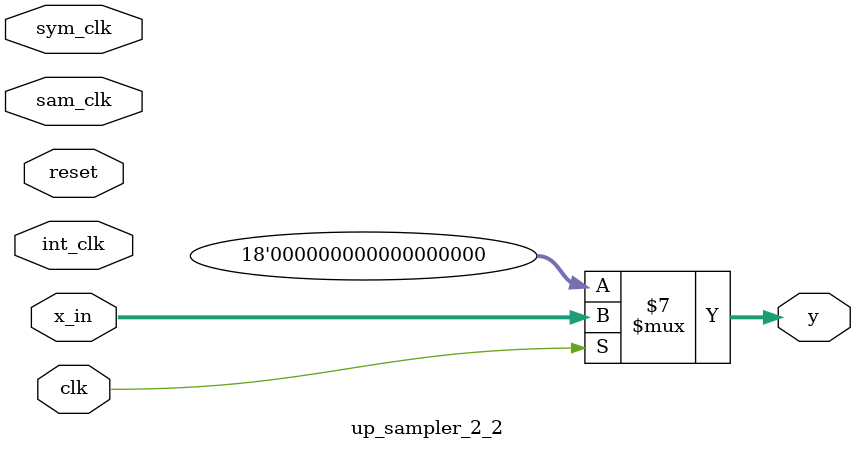
<source format=v>
module up_sampler_2_2(
    input clk,
	 input sam_clk,
     input int_clk,
     input sym_clk,
	input reset,
	input signed [17:0] x_in,
	output reg signed [17:0] y   
);

reg sampler;
reg counter;


always @ *
    case(counter)
    1'b0: sampler <= 1;
    default: sampler <= 0;
    endcase

always @ (posedge clk)
begin
    if (reset||sam_clk)
        counter <= 1'b0;
    else
        counter = counter + 1'b1;
end

always @ *
if(clk)
    y <= x_in;
else
y<=18'sd0;

endmodule
</source>
